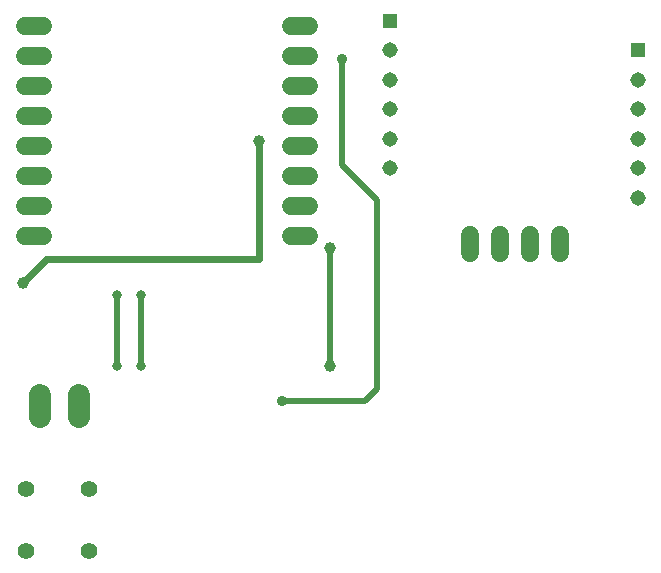
<source format=gbr>
G04 EAGLE Gerber RS-274X export*
G75*
%MOMM*%
%FSLAX34Y34*%
%LPD*%
%INBottom Copper*%
%IPPOS*%
%AMOC8*
5,1,8,0,0,1.08239X$1,22.5*%
G01*
%ADD10C,1.879600*%
%ADD11C,1.524000*%
%ADD12C,1.308000*%
%ADD13R,1.308000X1.308000*%
%ADD14C,1.408000*%
%ADD15C,0.906400*%
%ADD16C,0.508000*%
%ADD17C,0.806400*%
%ADD18C,1.006400*%
%ADD19C,0.609600*%


D10*
X427900Y116400D02*
X427900Y135196D01*
D11*
X758700Y254980D02*
X758700Y270220D01*
X784100Y270220D02*
X784100Y254980D01*
X809500Y254980D02*
X809500Y270220D01*
X834900Y270220D02*
X834900Y254980D01*
X622020Y447700D02*
X606780Y447700D01*
X606780Y422300D02*
X622020Y422300D01*
X622020Y396900D02*
X606780Y396900D01*
X606780Y371500D02*
X622020Y371500D01*
X622020Y346100D02*
X606780Y346100D01*
X606780Y320700D02*
X622020Y320700D01*
X622020Y295300D02*
X606780Y295300D01*
X606780Y269900D02*
X622020Y269900D01*
X397020Y269800D02*
X381780Y269800D01*
X381780Y295200D02*
X397020Y295200D01*
X397020Y320600D02*
X381780Y320600D01*
X381780Y346000D02*
X397020Y346000D01*
X397020Y371400D02*
X381780Y371400D01*
X381780Y396800D02*
X397020Y396800D01*
X397020Y422200D02*
X381780Y422200D01*
X381780Y447600D02*
X397020Y447600D01*
D12*
X901000Y302000D03*
X901000Y327000D03*
X901000Y352000D03*
X901000Y377000D03*
X901000Y402000D03*
X691000Y327000D03*
X691000Y352000D03*
X691000Y377000D03*
X691000Y402000D03*
X691000Y427000D03*
D13*
X691000Y452000D03*
X901000Y427000D03*
D10*
X394700Y135196D02*
X394700Y116400D01*
D14*
X383160Y3160D03*
X435790Y3040D03*
X383120Y55740D03*
X435750Y55620D03*
D15*
X600000Y130000D03*
D16*
X670000Y130000D01*
X680000Y140000D01*
X680000Y300000D01*
X650000Y330000D01*
X650000Y420000D01*
D15*
X650000Y420000D03*
D17*
X460000Y160000D03*
D16*
X460000Y220000D01*
D17*
X460000Y220000D03*
D18*
X380000Y230000D03*
D19*
X400000Y250000D01*
X580000Y250000D01*
X580000Y350000D01*
D18*
X580000Y350000D03*
D17*
X480000Y160000D03*
D16*
X480000Y220000D01*
D17*
X480000Y220000D03*
D18*
X640000Y260000D03*
D16*
X640000Y160000D01*
D18*
X640000Y160000D03*
M02*

</source>
